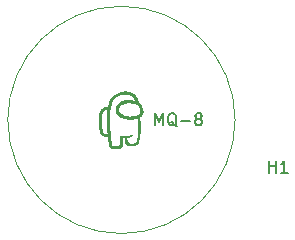
<source format=gbr>
%TF.GenerationSoftware,KiCad,Pcbnew,7.0.6*%
%TF.CreationDate,2023-12-01T18:18:27-07:00*%
%TF.ProjectId,modular sensor,6d6f6475-6c61-4722-9073-656e736f722e,1.0*%
%TF.SameCoordinates,Original*%
%TF.FileFunction,Legend,Top*%
%TF.FilePolarity,Positive*%
%FSLAX46Y46*%
G04 Gerber Fmt 4.6, Leading zero omitted, Abs format (unit mm)*
G04 Created by KiCad (PCBNEW 7.0.6) date 2023-12-01 18:18:27*
%MOMM*%
%LPD*%
G01*
G04 APERTURE LIST*
%ADD10C,0.150000*%
%ADD11C,0.120000*%
G04 APERTURE END LIST*
D10*
X152146095Y-98752819D02*
X152146095Y-97752819D01*
X152146095Y-98229009D02*
X152717523Y-98229009D01*
X152717523Y-98752819D02*
X152717523Y-97752819D01*
X153717523Y-98752819D02*
X153146095Y-98752819D01*
X153431809Y-98752819D02*
X153431809Y-97752819D01*
X153431809Y-97752819D02*
X153336571Y-97895676D01*
X153336571Y-97895676D02*
X153241333Y-97990914D01*
X153241333Y-97990914D02*
X153146095Y-98038533D01*
X142515619Y-94746819D02*
X142515619Y-93746819D01*
X142515619Y-93746819D02*
X142848952Y-94461104D01*
X142848952Y-94461104D02*
X143182285Y-93746819D01*
X143182285Y-93746819D02*
X143182285Y-94746819D01*
X144325142Y-94842057D02*
X144229904Y-94794438D01*
X144229904Y-94794438D02*
X144134666Y-94699200D01*
X144134666Y-94699200D02*
X143991809Y-94556342D01*
X143991809Y-94556342D02*
X143896571Y-94508723D01*
X143896571Y-94508723D02*
X143801333Y-94508723D01*
X143848952Y-94746819D02*
X143753714Y-94699200D01*
X143753714Y-94699200D02*
X143658476Y-94603961D01*
X143658476Y-94603961D02*
X143610857Y-94413485D01*
X143610857Y-94413485D02*
X143610857Y-94080152D01*
X143610857Y-94080152D02*
X143658476Y-93889676D01*
X143658476Y-93889676D02*
X143753714Y-93794438D01*
X143753714Y-93794438D02*
X143848952Y-93746819D01*
X143848952Y-93746819D02*
X144039428Y-93746819D01*
X144039428Y-93746819D02*
X144134666Y-93794438D01*
X144134666Y-93794438D02*
X144229904Y-93889676D01*
X144229904Y-93889676D02*
X144277523Y-94080152D01*
X144277523Y-94080152D02*
X144277523Y-94413485D01*
X144277523Y-94413485D02*
X144229904Y-94603961D01*
X144229904Y-94603961D02*
X144134666Y-94699200D01*
X144134666Y-94699200D02*
X144039428Y-94746819D01*
X144039428Y-94746819D02*
X143848952Y-94746819D01*
X144706095Y-94365866D02*
X145468000Y-94365866D01*
X146087047Y-94175390D02*
X145991809Y-94127771D01*
X145991809Y-94127771D02*
X145944190Y-94080152D01*
X145944190Y-94080152D02*
X145896571Y-93984914D01*
X145896571Y-93984914D02*
X145896571Y-93937295D01*
X145896571Y-93937295D02*
X145944190Y-93842057D01*
X145944190Y-93842057D02*
X145991809Y-93794438D01*
X145991809Y-93794438D02*
X146087047Y-93746819D01*
X146087047Y-93746819D02*
X146277523Y-93746819D01*
X146277523Y-93746819D02*
X146372761Y-93794438D01*
X146372761Y-93794438D02*
X146420380Y-93842057D01*
X146420380Y-93842057D02*
X146467999Y-93937295D01*
X146467999Y-93937295D02*
X146467999Y-93984914D01*
X146467999Y-93984914D02*
X146420380Y-94080152D01*
X146420380Y-94080152D02*
X146372761Y-94127771D01*
X146372761Y-94127771D02*
X146277523Y-94175390D01*
X146277523Y-94175390D02*
X146087047Y-94175390D01*
X146087047Y-94175390D02*
X145991809Y-94223009D01*
X145991809Y-94223009D02*
X145944190Y-94270628D01*
X145944190Y-94270628D02*
X145896571Y-94365866D01*
X145896571Y-94365866D02*
X145896571Y-94556342D01*
X145896571Y-94556342D02*
X145944190Y-94651580D01*
X145944190Y-94651580D02*
X145991809Y-94699200D01*
X145991809Y-94699200D02*
X146087047Y-94746819D01*
X146087047Y-94746819D02*
X146277523Y-94746819D01*
X146277523Y-94746819D02*
X146372761Y-94699200D01*
X146372761Y-94699200D02*
X146420380Y-94651580D01*
X146420380Y-94651580D02*
X146467999Y-94556342D01*
X146467999Y-94556342D02*
X146467999Y-94365866D01*
X146467999Y-94365866D02*
X146420380Y-94270628D01*
X146420380Y-94270628D02*
X146372761Y-94223009D01*
X146372761Y-94223009D02*
X146277523Y-94175390D01*
%TO.C,G\u002A\u002A\u002A*%
G36*
X140087465Y-91886564D02*
G01*
X140172384Y-91892026D01*
X140221953Y-91897845D01*
X140345248Y-91922382D01*
X140464783Y-91958796D01*
X140577712Y-92005656D01*
X140681189Y-92061534D01*
X140772367Y-92124999D01*
X140848402Y-92194621D01*
X140875976Y-92226400D01*
X140906307Y-92269982D01*
X140940290Y-92328462D01*
X140976118Y-92397850D01*
X141011980Y-92474157D01*
X141046067Y-92553396D01*
X141076571Y-92631577D01*
X141101682Y-92704712D01*
X141116765Y-92757268D01*
X141125517Y-92781138D01*
X141141291Y-92807354D01*
X141166520Y-92839291D01*
X141203635Y-92880329D01*
X141211048Y-92888185D01*
X141270352Y-92952854D01*
X141317419Y-93009545D01*
X141355317Y-93062619D01*
X141387116Y-93116437D01*
X141415883Y-93175360D01*
X141420640Y-93186078D01*
X141469618Y-93313287D01*
X141501128Y-93431985D01*
X141515202Y-93542621D01*
X141511871Y-93645644D01*
X141491164Y-93741503D01*
X141463582Y-93810343D01*
X141434597Y-93858973D01*
X141393620Y-93913308D01*
X141345090Y-93968264D01*
X141293449Y-94018752D01*
X141250911Y-94053989D01*
X141223173Y-94074771D01*
X141238375Y-94195672D01*
X141249600Y-94296335D01*
X141258521Y-94402593D01*
X141265265Y-94517198D01*
X141269962Y-94642907D01*
X141272740Y-94782471D01*
X141273728Y-94938645D01*
X141273734Y-94952288D01*
X141270675Y-95184804D01*
X141261475Y-95398936D01*
X141246102Y-95594988D01*
X141224520Y-95773262D01*
X141196696Y-95934061D01*
X141162596Y-96077690D01*
X141139444Y-96154732D01*
X141111416Y-96232616D01*
X141082391Y-96294494D01*
X141049445Y-96343928D01*
X141009657Y-96384477D01*
X140960102Y-96419701D01*
X140897857Y-96453160D01*
X140892153Y-96455909D01*
X140831626Y-96482108D01*
X140771982Y-96501430D01*
X140708689Y-96514709D01*
X140637216Y-96522783D01*
X140553032Y-96526487D01*
X140507015Y-96526958D01*
X140421669Y-96525647D01*
X140351535Y-96520609D01*
X140292345Y-96510762D01*
X140239832Y-96495027D01*
X140189727Y-96472321D01*
X140137763Y-96441564D01*
X140117899Y-96428395D01*
X140088577Y-96405712D01*
X140064594Y-96379316D01*
X140041222Y-96343441D01*
X140026695Y-96317167D01*
X139978488Y-96216057D01*
X139945400Y-96120632D01*
X139925969Y-96026015D01*
X139919870Y-95960748D01*
X139914287Y-95854925D01*
X139861696Y-95854925D01*
X139831151Y-95855710D01*
X139815403Y-95859414D01*
X139809609Y-95868066D01*
X139808889Y-95877042D01*
X139808377Y-95893273D01*
X139807072Y-95925832D01*
X139805116Y-95971410D01*
X139802653Y-96026699D01*
X139799825Y-96088389D01*
X139799106Y-96103811D01*
X139792053Y-96220142D01*
X139782362Y-96319380D01*
X139769609Y-96403969D01*
X139753367Y-96476349D01*
X139733214Y-96538963D01*
X139716536Y-96578321D01*
X139685100Y-96636577D01*
X139651455Y-96679095D01*
X139611526Y-96709704D01*
X139561237Y-96732236D01*
X139548210Y-96736543D01*
X139499848Y-96750740D01*
X139454343Y-96761460D01*
X139407697Y-96769141D01*
X139355916Y-96774220D01*
X139295004Y-96777134D01*
X139220966Y-96778321D01*
X139165911Y-96778378D01*
X139092928Y-96777854D01*
X139035907Y-96776552D01*
X138991156Y-96774205D01*
X138954984Y-96770541D01*
X138923701Y-96765291D01*
X138895252Y-96758617D01*
X138812025Y-96729915D01*
X138742403Y-96689876D01*
X138683332Y-96636100D01*
X138631761Y-96566182D01*
X138615387Y-96538296D01*
X138600898Y-96510253D01*
X138590137Y-96483036D01*
X138581796Y-96451638D01*
X138574565Y-96411048D01*
X138567136Y-96356258D01*
X138566520Y-96351326D01*
X138561571Y-96310212D01*
X138555481Y-96257589D01*
X138548570Y-96196420D01*
X138541157Y-96129668D01*
X138533560Y-96060294D01*
X138526099Y-95991260D01*
X138519094Y-95925531D01*
X138512862Y-95866067D01*
X138507724Y-95815830D01*
X138503998Y-95777785D01*
X138502004Y-95754892D01*
X138501756Y-95750158D01*
X138494166Y-95745066D01*
X138470632Y-95741052D01*
X138430001Y-95737998D01*
X138371123Y-95735789D01*
X138355979Y-95735413D01*
X138210205Y-95732054D01*
X138123364Y-95689001D01*
X138033313Y-95633628D01*
X137955211Y-95563528D01*
X137890773Y-95480761D01*
X137841713Y-95387384D01*
X137819497Y-95324121D01*
X137803353Y-95255671D01*
X137788998Y-95169298D01*
X137776539Y-95066668D01*
X137766082Y-94949445D01*
X137757735Y-94819295D01*
X137751605Y-94677881D01*
X137747798Y-94526869D01*
X137746422Y-94367924D01*
X137746515Y-94354557D01*
X138001802Y-94354557D01*
X138002920Y-94505083D01*
X138006372Y-94648422D01*
X138012049Y-94782798D01*
X138019837Y-94906437D01*
X138029626Y-95017565D01*
X138041304Y-95114406D01*
X138054759Y-95195185D01*
X138069763Y-95257736D01*
X138099701Y-95328261D01*
X138143648Y-95389569D01*
X138198584Y-95437854D01*
X138225486Y-95454008D01*
X138252133Y-95466894D01*
X138276154Y-95474985D01*
X138303534Y-95479368D01*
X138340256Y-95481134D01*
X138375952Y-95481396D01*
X138473991Y-95481396D01*
X138468375Y-95444535D01*
X138465124Y-95417615D01*
X138460889Y-95374046D01*
X138455897Y-95316799D01*
X138450376Y-95248846D01*
X138444554Y-95173160D01*
X138438659Y-95092711D01*
X138432918Y-95010473D01*
X138427559Y-94929416D01*
X138422810Y-94852514D01*
X138422220Y-94842464D01*
X138417450Y-94745742D01*
X138413754Y-94639345D01*
X138411105Y-94525623D01*
X138409472Y-94406922D01*
X138408826Y-94285590D01*
X138408966Y-94231231D01*
X138673003Y-94231231D01*
X138676814Y-94437998D01*
X138677829Y-94473850D01*
X138682952Y-94631199D01*
X138688749Y-94775824D01*
X138695518Y-94911911D01*
X138703554Y-95043641D01*
X138713157Y-95175201D01*
X138724624Y-95310773D01*
X138738252Y-95454542D01*
X138754338Y-95610692D01*
X138766950Y-95727139D01*
X138776166Y-95810944D01*
X138786104Y-95901398D01*
X138796121Y-95992644D01*
X138805575Y-96078828D01*
X138813823Y-96154096D01*
X138817120Y-96184221D01*
X138827348Y-96272046D01*
X138838230Y-96342784D01*
X138851880Y-96398235D01*
X138870415Y-96440202D01*
X138895953Y-96470485D01*
X138930610Y-96490885D01*
X138976502Y-96503203D01*
X139035746Y-96509240D01*
X139110459Y-96510797D01*
X139199662Y-96509732D01*
X139267269Y-96507917D01*
X139327562Y-96505161D01*
X139377256Y-96501681D01*
X139413070Y-96497697D01*
X139428989Y-96494465D01*
X139459482Y-96479631D01*
X139477928Y-96455282D01*
X139480352Y-96449841D01*
X139495364Y-96406578D01*
X139507673Y-96354214D01*
X139517461Y-96290947D01*
X139524914Y-96214975D01*
X139530216Y-96124497D01*
X139533551Y-96017712D01*
X139534952Y-95916299D01*
X139535967Y-95833763D01*
X139537643Y-95769556D01*
X139540056Y-95722357D01*
X139543278Y-95690846D01*
X139547386Y-95673701D01*
X139548765Y-95671212D01*
X139553862Y-95666501D01*
X139562908Y-95662748D01*
X139578009Y-95659833D01*
X139601272Y-95657635D01*
X139634804Y-95656033D01*
X139680711Y-95654906D01*
X139741100Y-95654133D01*
X139818077Y-95653594D01*
X139859439Y-95653392D01*
X139944876Y-95652939D01*
X140013595Y-95652299D01*
X140068540Y-95651275D01*
X140112652Y-95649668D01*
X140148876Y-95647283D01*
X140180152Y-95643921D01*
X140209423Y-95639387D01*
X140239632Y-95633483D01*
X140273722Y-95626012D01*
X140276017Y-95625495D01*
X140327111Y-95614698D01*
X140376334Y-95605534D01*
X140417723Y-95599045D01*
X140443122Y-95596361D01*
X140480198Y-95591243D01*
X140515246Y-95581420D01*
X140525728Y-95576911D01*
X140555471Y-95565282D01*
X140582140Y-95560460D01*
X140600381Y-95562906D01*
X140605313Y-95570059D01*
X140600045Y-95583900D01*
X140586736Y-95607481D01*
X140569126Y-95634800D01*
X140550955Y-95659859D01*
X140544148Y-95668161D01*
X140508091Y-95701178D01*
X140461134Y-95732374D01*
X140411711Y-95756364D01*
X140398888Y-95760955D01*
X140341686Y-95780145D01*
X140290386Y-95798414D01*
X140248063Y-95814579D01*
X140217791Y-95827458D01*
X140202641Y-95835867D01*
X140201743Y-95836835D01*
X140188805Y-95843649D01*
X140169754Y-95847196D01*
X140152382Y-95850452D01*
X140146497Y-95860317D01*
X140148590Y-95882961D01*
X140148772Y-95884105D01*
X140161255Y-95957661D01*
X140172496Y-96013407D01*
X140182955Y-96053118D01*
X140193094Y-96078569D01*
X140202437Y-96090839D01*
X140216100Y-96109398D01*
X140227801Y-96138025D01*
X140230531Y-96148443D01*
X140248936Y-96194205D01*
X140283298Y-96233551D01*
X140335200Y-96268175D01*
X140349440Y-96275479D01*
X140372277Y-96286146D01*
X140392699Y-96293497D01*
X140415066Y-96298125D01*
X140443738Y-96300622D01*
X140483076Y-96301583D01*
X140537439Y-96301599D01*
X140541419Y-96301582D01*
X140599114Y-96300956D01*
X140642185Y-96299235D01*
X140675662Y-96295791D01*
X140704575Y-96289992D01*
X140733955Y-96281209D01*
X140750750Y-96275375D01*
X140807305Y-96252604D01*
X140848289Y-96228963D01*
X140877636Y-96201122D01*
X140899279Y-96165750D01*
X140909745Y-96140760D01*
X140920461Y-96107649D01*
X140926291Y-96080446D01*
X140926213Y-96066458D01*
X140925734Y-96053674D01*
X140929621Y-96051520D01*
X140938237Y-96042201D01*
X140948627Y-96016011D01*
X140960221Y-95975596D01*
X140972451Y-95923603D01*
X140984746Y-95862681D01*
X140996538Y-95795475D01*
X141007257Y-95724634D01*
X141016334Y-95652804D01*
X141017357Y-95643586D01*
X141022550Y-95596946D01*
X141027573Y-95553401D01*
X141031667Y-95519469D01*
X141033187Y-95507704D01*
X141034576Y-95482935D01*
X141029871Y-95475617D01*
X141028222Y-95476338D01*
X141022440Y-95479712D01*
X141019510Y-95478676D01*
X141019617Y-95469746D01*
X141022944Y-95449436D01*
X141029677Y-95414261D01*
X141032182Y-95401352D01*
X141037158Y-95365043D01*
X141041586Y-95312065D01*
X141045409Y-95245401D01*
X141048568Y-95168036D01*
X141051007Y-95082954D01*
X141052669Y-94993139D01*
X141053496Y-94901574D01*
X141053430Y-94811245D01*
X141052415Y-94725134D01*
X141050393Y-94646226D01*
X141047832Y-94586891D01*
X141044130Y-94523171D01*
X141039811Y-94457084D01*
X141035121Y-94391622D01*
X141030307Y-94329775D01*
X141025615Y-94274535D01*
X141021292Y-94228892D01*
X141017585Y-94195837D01*
X141014740Y-94178362D01*
X141013990Y-94176475D01*
X141004214Y-94178099D01*
X140981210Y-94184811D01*
X140954634Y-94193576D01*
X140921793Y-94203682D01*
X140876111Y-94216162D01*
X140823987Y-94229329D01*
X140778544Y-94239993D01*
X140740650Y-94248303D01*
X140707730Y-94254696D01*
X140676339Y-94259424D01*
X140643032Y-94262735D01*
X140604367Y-94264880D01*
X140556899Y-94266108D01*
X140497183Y-94266669D01*
X140421776Y-94266812D01*
X140408718Y-94266813D01*
X140331003Y-94266717D01*
X140269551Y-94266267D01*
X140220967Y-94265208D01*
X140181855Y-94263286D01*
X140148819Y-94260246D01*
X140118464Y-94255833D01*
X140087394Y-94249792D01*
X140052213Y-94241869D01*
X140040877Y-94239210D01*
X139925444Y-94209255D01*
X139824300Y-94176457D01*
X139732080Y-94138574D01*
X139643422Y-94093363D01*
X139552963Y-94038585D01*
X139538788Y-94029326D01*
X139431775Y-93953328D01*
X139343261Y-93877905D01*
X139272207Y-93801433D01*
X139217576Y-93722291D01*
X139178329Y-93638858D01*
X139153428Y-93549510D01*
X139141836Y-93452628D01*
X139140684Y-93407325D01*
X139411001Y-93407325D01*
X139413340Y-93473217D01*
X139421782Y-93525535D01*
X139438471Y-93569964D01*
X139465550Y-93612186D01*
X139505160Y-93657884D01*
X139505661Y-93658414D01*
X139600821Y-93745574D01*
X139710732Y-93822478D01*
X139832627Y-93887789D01*
X139963738Y-93940172D01*
X140101298Y-93978292D01*
X140206526Y-93996652D01*
X140280203Y-94003213D01*
X140365945Y-94005934D01*
X140456687Y-94004955D01*
X140545361Y-94000414D01*
X140624900Y-93992452D01*
X140655942Y-93987771D01*
X140783936Y-93960994D01*
X140898374Y-93927205D01*
X140998259Y-93886925D01*
X141082591Y-93840676D01*
X141150371Y-93788982D01*
X141200601Y-93732363D01*
X141224546Y-93690608D01*
X141240872Y-93633590D01*
X141244635Y-93564715D01*
X141236247Y-93486898D01*
X141216117Y-93403052D01*
X141184656Y-93316091D01*
X141165905Y-93274624D01*
X141146678Y-93239787D01*
X141120812Y-93199818D01*
X141090901Y-93157977D01*
X141059541Y-93117526D01*
X141029327Y-93081726D01*
X141002853Y-93053838D01*
X140982716Y-93037123D01*
X140974272Y-93033795D01*
X140958163Y-93028122D01*
X140938019Y-93015063D01*
X140893749Y-92988724D01*
X140831805Y-92964705D01*
X140754075Y-92943373D01*
X140662448Y-92925093D01*
X140558813Y-92910231D01*
X140445056Y-92899155D01*
X140323068Y-92892229D01*
X140300591Y-92891458D01*
X140142027Y-92893709D01*
X139995559Y-92910834D01*
X139860154Y-92943074D01*
X139734776Y-92990672D01*
X139625287Y-93049542D01*
X139547427Y-93107612D01*
X139485002Y-93176173D01*
X139441913Y-93245134D01*
X139427886Y-93273258D01*
X139418891Y-93296969D01*
X139413818Y-93322087D01*
X139411560Y-93354431D01*
X139411006Y-93399818D01*
X139411001Y-93407325D01*
X139140684Y-93407325D01*
X139143589Y-93327783D01*
X139153428Y-93260000D01*
X139171890Y-93196787D01*
X139200663Y-93130959D01*
X139209807Y-93112976D01*
X139269869Y-93016195D01*
X139343955Y-92930475D01*
X139432998Y-92855065D01*
X139537928Y-92789213D01*
X139659675Y-92732166D01*
X139700978Y-92716151D01*
X139814155Y-92678204D01*
X139923004Y-92650679D01*
X140032773Y-92632796D01*
X140148712Y-92623775D01*
X140276067Y-92622836D01*
X140320251Y-92624121D01*
X140373898Y-92626834D01*
X140434873Y-92631147D01*
X140499909Y-92636697D01*
X140565744Y-92643123D01*
X140629112Y-92650061D01*
X140686749Y-92657149D01*
X140735391Y-92664025D01*
X140771774Y-92670325D01*
X140792632Y-92675689D01*
X140795050Y-92676848D01*
X140801303Y-92675223D01*
X140798377Y-92657512D01*
X140786664Y-92624799D01*
X140766556Y-92578170D01*
X140738443Y-92518711D01*
X140736964Y-92515686D01*
X140696067Y-92440904D01*
X140652375Y-92380970D01*
X140601535Y-92331538D01*
X140539195Y-92288268D01*
X140473632Y-92252949D01*
X140364277Y-92206984D01*
X140249954Y-92174922D01*
X140127615Y-92156204D01*
X139994213Y-92150269D01*
X139923505Y-92151875D01*
X139758294Y-92167578D01*
X139601616Y-92200653D01*
X139451910Y-92251599D01*
X139307619Y-92320915D01*
X139208510Y-92380958D01*
X139134614Y-92434768D01*
X139069609Y-92493850D01*
X139012119Y-92560399D01*
X138960763Y-92636605D01*
X138914162Y-92724661D01*
X138870939Y-92826760D01*
X138829713Y-92945094D01*
X138806924Y-93019479D01*
X138772549Y-93146537D01*
X138743566Y-93276584D01*
X138719799Y-93411613D01*
X138701070Y-93553617D01*
X138687203Y-93704588D01*
X138678021Y-93866519D01*
X138673347Y-94041403D01*
X138673003Y-94231231D01*
X138408966Y-94231231D01*
X138409140Y-94163976D01*
X138410383Y-94044427D01*
X138412526Y-93929290D01*
X138415542Y-93820914D01*
X138419400Y-93721645D01*
X138424072Y-93633833D01*
X138429528Y-93559824D01*
X138435740Y-93501967D01*
X138439043Y-93480274D01*
X138444330Y-93450011D01*
X138372287Y-93458347D01*
X138286284Y-93477184D01*
X138210008Y-93512976D01*
X138142282Y-93566316D01*
X138126221Y-93582817D01*
X138098759Y-93615480D01*
X138075727Y-93650418D01*
X138056718Y-93689658D01*
X138041328Y-93735225D01*
X138029152Y-93789142D01*
X138019786Y-93853437D01*
X138012825Y-93930132D01*
X138007864Y-94021254D01*
X138004498Y-94128828D01*
X138003132Y-94198617D01*
X138001802Y-94354557D01*
X137746515Y-94354557D01*
X137747557Y-94204558D01*
X137748896Y-94116058D01*
X137750219Y-94044298D01*
X137751747Y-93986358D01*
X137753701Y-93939319D01*
X137756302Y-93900264D01*
X137759770Y-93866273D01*
X137764328Y-93834428D01*
X137770196Y-93801809D01*
X137777596Y-93765498D01*
X137782602Y-93741944D01*
X137800496Y-93666086D01*
X137819195Y-93601142D01*
X137837597Y-93550799D01*
X137843747Y-93537346D01*
X137884904Y-93470953D01*
X137940960Y-93405180D01*
X138007418Y-93343865D01*
X138079783Y-93290841D01*
X138153557Y-93249943D01*
X138203248Y-93230702D01*
X138240991Y-93221185D01*
X138290702Y-93211595D01*
X138344740Y-93203305D01*
X138377743Y-93199349D01*
X138487907Y-93187866D01*
X138505708Y-93108373D01*
X138529202Y-93015122D01*
X138559516Y-92912395D01*
X138594116Y-92808009D01*
X138630464Y-92709777D01*
X138652541Y-92655916D01*
X138711695Y-92533032D01*
X138777646Y-92426149D01*
X138853065Y-92332044D01*
X138940624Y-92247498D01*
X139042993Y-92169288D01*
X139072419Y-92149559D01*
X139225875Y-92060935D01*
X139390171Y-91988674D01*
X139565156Y-91932838D01*
X139650500Y-91912404D01*
X139721134Y-91900618D01*
X139805670Y-91892000D01*
X139898586Y-91886691D01*
X139994358Y-91884832D01*
X140087465Y-91886564D01*
G37*
D11*
%TO.C,MQ-8*%
X149267000Y-94292000D02*
G75*
G03*
X149267000Y-94292000I-9625000J0D01*
G01*
%TD*%
M02*

</source>
